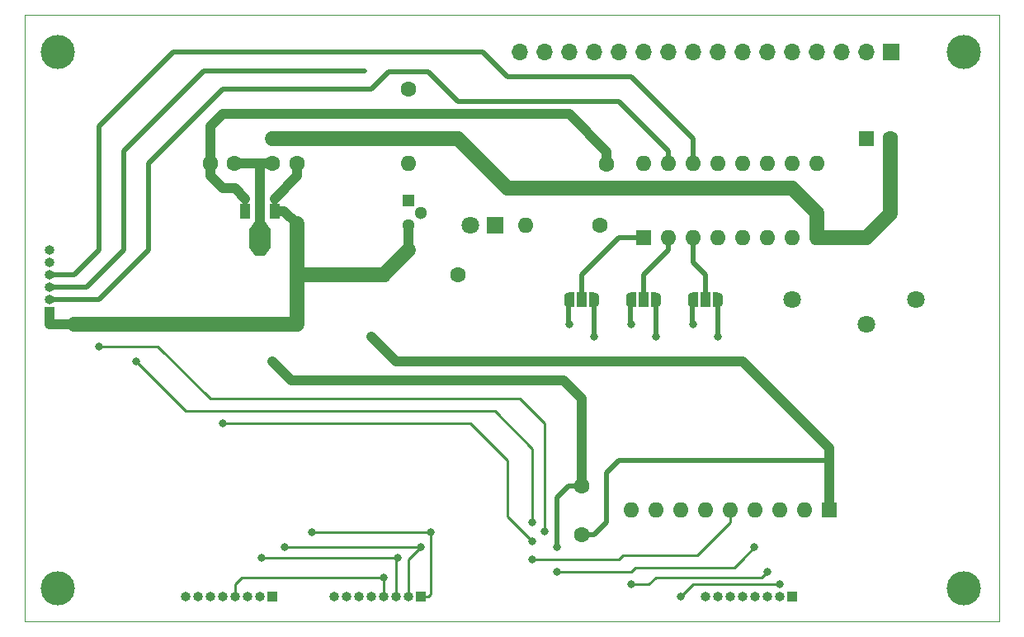
<source format=gtl>
%TF.GenerationSoftware,KiCad,Pcbnew,5.1.3-ffb9f22~84~ubuntu16.04.1*%
%TF.CreationDate,2019-07-27T15:58:03+02:00*%
%TF.ProjectId,Raspberry-I2C-LCD-and-Keypad,52617370-6265-4727-9279-2d4932432d4c,rev?*%
%TF.SameCoordinates,Original*%
%TF.FileFunction,Copper,L1,Top*%
%TF.FilePolarity,Positive*%
%FSLAX46Y46*%
G04 Gerber Fmt 4.6, Leading zero omitted, Abs format (unit mm)*
G04 Created by KiCad (PCBNEW 5.1.3-ffb9f22~84~ubuntu16.04.1) date 2019-07-27 15:58:03*
%MOMM*%
%LPD*%
G04 APERTURE LIST*
%ADD10C,0.050000*%
%ADD11C,3.500000*%
%ADD12O,1.700000X1.700000*%
%ADD13R,1.700000X1.700000*%
%ADD14C,1.600000*%
%ADD15R,1.600000X1.600000*%
%ADD16C,1.800000*%
%ADD17R,1.800000X1.800000*%
%ADD18O,1.000000X1.000000*%
%ADD19R,1.000000X1.000000*%
%ADD20R,1.000000X1.500000*%
%ADD21C,0.500000*%
%ADD22C,0.100000*%
%ADD23R,1.300000X1.300000*%
%ADD24C,1.300000*%
%ADD25O,1.600000X1.600000*%
%ADD26C,1.000000*%
%ADD27R,2.200000X1.840000*%
%ADD28R,1.000000X1.800000*%
%ADD29C,0.850000*%
%ADD30C,0.800000*%
%ADD31C,0.250000*%
%ADD32C,0.499872*%
%ADD33C,0.990600*%
%ADD34C,1.498600*%
G04 APERTURE END LIST*
D10*
X191439800Y-69850000D02*
X91440000Y-69850000D01*
X191439800Y-132080000D02*
X191439800Y-69850000D01*
X91440000Y-132080000D02*
X191439800Y-132080000D01*
X91440000Y-69850000D02*
X91440000Y-132080000D01*
D11*
X94840000Y-128660000D03*
X187840000Y-128660000D03*
X94840000Y-73660000D03*
X187840000Y-73660000D03*
D12*
X167640000Y-73660000D03*
X165100000Y-73660000D03*
D13*
X180340000Y-73660000D03*
D12*
X162560000Y-73660000D03*
X160020000Y-73660000D03*
X142240000Y-73660000D03*
X172720000Y-73660000D03*
X170180000Y-73660000D03*
X177800000Y-73660000D03*
X175260000Y-73660000D03*
X147320000Y-73660000D03*
X144780000Y-73660000D03*
X152400000Y-73660000D03*
X149860000Y-73660000D03*
X157480000Y-73660000D03*
X154940000Y-73660000D03*
D14*
X151130000Y-85130000D03*
X151130000Y-87630000D03*
X180300000Y-82550000D03*
D15*
X177800000Y-82550000D03*
D14*
X116880000Y-85090000D03*
X119380000Y-85090000D03*
X112990000Y-85090000D03*
X110490000Y-85090000D03*
D16*
X137160000Y-91440000D03*
D17*
X139700000Y-91440000D03*
D18*
X93980000Y-93980000D03*
X93980000Y-95250000D03*
X93980000Y-96520000D03*
X93980000Y-97790000D03*
X93980000Y-99060000D03*
D19*
X93980000Y-100330000D03*
D18*
X123190000Y-129540000D03*
X124460000Y-129540000D03*
X125730000Y-129540000D03*
X127000000Y-129540000D03*
X128270000Y-129540000D03*
X129540000Y-129540000D03*
X130810000Y-129540000D03*
D19*
X132080000Y-129540000D03*
D18*
X161290000Y-129540000D03*
X162560000Y-129540000D03*
X163830000Y-129540000D03*
X165100000Y-129540000D03*
X166370000Y-129540000D03*
X167640000Y-129540000D03*
X168910000Y-129540000D03*
D19*
X170180000Y-129540000D03*
D18*
X107950000Y-129540000D03*
X109220000Y-129540000D03*
X110490000Y-129540000D03*
X111760000Y-129540000D03*
X113030000Y-129540000D03*
X114300000Y-129540000D03*
X115570000Y-129540000D03*
D19*
X116840000Y-129540000D03*
D20*
X148590000Y-99060000D03*
D21*
X149890000Y-99060000D03*
D22*
G36*
X149890000Y-98310602D02*
G01*
X149914534Y-98310602D01*
X149963365Y-98315412D01*
X150011490Y-98324984D01*
X150058445Y-98339228D01*
X150103778Y-98358005D01*
X150147051Y-98381136D01*
X150187850Y-98408396D01*
X150225779Y-98439524D01*
X150260476Y-98474221D01*
X150291604Y-98512150D01*
X150318864Y-98552949D01*
X150341995Y-98596222D01*
X150360772Y-98641555D01*
X150375016Y-98688510D01*
X150384588Y-98736635D01*
X150389398Y-98785466D01*
X150389398Y-98810000D01*
X150390000Y-98810000D01*
X150390000Y-99310000D01*
X150389398Y-99310000D01*
X150389398Y-99334534D01*
X150384588Y-99383365D01*
X150375016Y-99431490D01*
X150360772Y-99478445D01*
X150341995Y-99523778D01*
X150318864Y-99567051D01*
X150291604Y-99607850D01*
X150260476Y-99645779D01*
X150225779Y-99680476D01*
X150187850Y-99711604D01*
X150147051Y-99738864D01*
X150103778Y-99761995D01*
X150058445Y-99780772D01*
X150011490Y-99795016D01*
X149963365Y-99804588D01*
X149914534Y-99809398D01*
X149890000Y-99809398D01*
X149890000Y-99810000D01*
X149340000Y-99810000D01*
X149340000Y-98310000D01*
X149890000Y-98310000D01*
X149890000Y-98310602D01*
X149890000Y-98310602D01*
G37*
D21*
X147290000Y-99060000D03*
D22*
G36*
X147840000Y-99810000D02*
G01*
X147290000Y-99810000D01*
X147290000Y-99809398D01*
X147265466Y-99809398D01*
X147216635Y-99804588D01*
X147168510Y-99795016D01*
X147121555Y-99780772D01*
X147076222Y-99761995D01*
X147032949Y-99738864D01*
X146992150Y-99711604D01*
X146954221Y-99680476D01*
X146919524Y-99645779D01*
X146888396Y-99607850D01*
X146861136Y-99567051D01*
X146838005Y-99523778D01*
X146819228Y-99478445D01*
X146804984Y-99431490D01*
X146795412Y-99383365D01*
X146790602Y-99334534D01*
X146790602Y-99310000D01*
X146790000Y-99310000D01*
X146790000Y-98810000D01*
X146790602Y-98810000D01*
X146790602Y-98785466D01*
X146795412Y-98736635D01*
X146804984Y-98688510D01*
X146819228Y-98641555D01*
X146838005Y-98596222D01*
X146861136Y-98552949D01*
X146888396Y-98512150D01*
X146919524Y-98474221D01*
X146954221Y-98439524D01*
X146992150Y-98408396D01*
X147032949Y-98381136D01*
X147076222Y-98358005D01*
X147121555Y-98339228D01*
X147168510Y-98324984D01*
X147216635Y-98315412D01*
X147265466Y-98310602D01*
X147290000Y-98310602D01*
X147290000Y-98310000D01*
X147840000Y-98310000D01*
X147840000Y-99810000D01*
X147840000Y-99810000D01*
G37*
D20*
X154940000Y-99060000D03*
D21*
X156240000Y-99060000D03*
D22*
G36*
X156240000Y-98310602D02*
G01*
X156264534Y-98310602D01*
X156313365Y-98315412D01*
X156361490Y-98324984D01*
X156408445Y-98339228D01*
X156453778Y-98358005D01*
X156497051Y-98381136D01*
X156537850Y-98408396D01*
X156575779Y-98439524D01*
X156610476Y-98474221D01*
X156641604Y-98512150D01*
X156668864Y-98552949D01*
X156691995Y-98596222D01*
X156710772Y-98641555D01*
X156725016Y-98688510D01*
X156734588Y-98736635D01*
X156739398Y-98785466D01*
X156739398Y-98810000D01*
X156740000Y-98810000D01*
X156740000Y-99310000D01*
X156739398Y-99310000D01*
X156739398Y-99334534D01*
X156734588Y-99383365D01*
X156725016Y-99431490D01*
X156710772Y-99478445D01*
X156691995Y-99523778D01*
X156668864Y-99567051D01*
X156641604Y-99607850D01*
X156610476Y-99645779D01*
X156575779Y-99680476D01*
X156537850Y-99711604D01*
X156497051Y-99738864D01*
X156453778Y-99761995D01*
X156408445Y-99780772D01*
X156361490Y-99795016D01*
X156313365Y-99804588D01*
X156264534Y-99809398D01*
X156240000Y-99809398D01*
X156240000Y-99810000D01*
X155690000Y-99810000D01*
X155690000Y-98310000D01*
X156240000Y-98310000D01*
X156240000Y-98310602D01*
X156240000Y-98310602D01*
G37*
D21*
X153640000Y-99060000D03*
D22*
G36*
X154190000Y-99810000D02*
G01*
X153640000Y-99810000D01*
X153640000Y-99809398D01*
X153615466Y-99809398D01*
X153566635Y-99804588D01*
X153518510Y-99795016D01*
X153471555Y-99780772D01*
X153426222Y-99761995D01*
X153382949Y-99738864D01*
X153342150Y-99711604D01*
X153304221Y-99680476D01*
X153269524Y-99645779D01*
X153238396Y-99607850D01*
X153211136Y-99567051D01*
X153188005Y-99523778D01*
X153169228Y-99478445D01*
X153154984Y-99431490D01*
X153145412Y-99383365D01*
X153140602Y-99334534D01*
X153140602Y-99310000D01*
X153140000Y-99310000D01*
X153140000Y-98810000D01*
X153140602Y-98810000D01*
X153140602Y-98785466D01*
X153145412Y-98736635D01*
X153154984Y-98688510D01*
X153169228Y-98641555D01*
X153188005Y-98596222D01*
X153211136Y-98552949D01*
X153238396Y-98512150D01*
X153269524Y-98474221D01*
X153304221Y-98439524D01*
X153342150Y-98408396D01*
X153382949Y-98381136D01*
X153426222Y-98358005D01*
X153471555Y-98339228D01*
X153518510Y-98324984D01*
X153566635Y-98315412D01*
X153615466Y-98310602D01*
X153640000Y-98310602D01*
X153640000Y-98310000D01*
X154190000Y-98310000D01*
X154190000Y-99810000D01*
X154190000Y-99810000D01*
G37*
D20*
X161290000Y-99060000D03*
D21*
X162590000Y-99060000D03*
D22*
G36*
X162590000Y-98310602D02*
G01*
X162614534Y-98310602D01*
X162663365Y-98315412D01*
X162711490Y-98324984D01*
X162758445Y-98339228D01*
X162803778Y-98358005D01*
X162847051Y-98381136D01*
X162887850Y-98408396D01*
X162925779Y-98439524D01*
X162960476Y-98474221D01*
X162991604Y-98512150D01*
X163018864Y-98552949D01*
X163041995Y-98596222D01*
X163060772Y-98641555D01*
X163075016Y-98688510D01*
X163084588Y-98736635D01*
X163089398Y-98785466D01*
X163089398Y-98810000D01*
X163090000Y-98810000D01*
X163090000Y-99310000D01*
X163089398Y-99310000D01*
X163089398Y-99334534D01*
X163084588Y-99383365D01*
X163075016Y-99431490D01*
X163060772Y-99478445D01*
X163041995Y-99523778D01*
X163018864Y-99567051D01*
X162991604Y-99607850D01*
X162960476Y-99645779D01*
X162925779Y-99680476D01*
X162887850Y-99711604D01*
X162847051Y-99738864D01*
X162803778Y-99761995D01*
X162758445Y-99780772D01*
X162711490Y-99795016D01*
X162663365Y-99804588D01*
X162614534Y-99809398D01*
X162590000Y-99809398D01*
X162590000Y-99810000D01*
X162040000Y-99810000D01*
X162040000Y-98310000D01*
X162590000Y-98310000D01*
X162590000Y-98310602D01*
X162590000Y-98310602D01*
G37*
D21*
X159990000Y-99060000D03*
D22*
G36*
X160540000Y-99810000D02*
G01*
X159990000Y-99810000D01*
X159990000Y-99809398D01*
X159965466Y-99809398D01*
X159916635Y-99804588D01*
X159868510Y-99795016D01*
X159821555Y-99780772D01*
X159776222Y-99761995D01*
X159732949Y-99738864D01*
X159692150Y-99711604D01*
X159654221Y-99680476D01*
X159619524Y-99645779D01*
X159588396Y-99607850D01*
X159561136Y-99567051D01*
X159538005Y-99523778D01*
X159519228Y-99478445D01*
X159504984Y-99431490D01*
X159495412Y-99383365D01*
X159490602Y-99334534D01*
X159490602Y-99310000D01*
X159490000Y-99310000D01*
X159490000Y-98810000D01*
X159490602Y-98810000D01*
X159490602Y-98785466D01*
X159495412Y-98736635D01*
X159504984Y-98688510D01*
X159519228Y-98641555D01*
X159538005Y-98596222D01*
X159561136Y-98552949D01*
X159588396Y-98512150D01*
X159619524Y-98474221D01*
X159654221Y-98439524D01*
X159692150Y-98408396D01*
X159732949Y-98381136D01*
X159776222Y-98358005D01*
X159821555Y-98339228D01*
X159868510Y-98324984D01*
X159916635Y-98315412D01*
X159965466Y-98310602D01*
X159990000Y-98310602D01*
X159990000Y-98310000D01*
X160540000Y-98310000D01*
X160540000Y-99810000D01*
X160540000Y-99810000D01*
G37*
D23*
X130810000Y-88900000D03*
D24*
X130810000Y-91440000D03*
X132080000Y-90170000D03*
D25*
X128270000Y-96520000D03*
D14*
X135890000Y-96520000D03*
X150495000Y-91440000D03*
D25*
X142875000Y-91440000D03*
X130810000Y-85090000D03*
D14*
X130810000Y-77470000D03*
D25*
X153670000Y-120650000D03*
X156210000Y-120650000D03*
X158750000Y-120650000D03*
X161290000Y-120650000D03*
X163830000Y-120650000D03*
X166370000Y-120650000D03*
X168910000Y-120650000D03*
X171450000Y-120650000D03*
D15*
X173990000Y-120650000D03*
D16*
X182880000Y-99060000D03*
X177800000Y-101600000D03*
X170180000Y-99060000D03*
D25*
X154940000Y-85090000D03*
X172720000Y-92710000D03*
X157480000Y-85090000D03*
X170180000Y-92710000D03*
X160020000Y-85090000D03*
X167640000Y-92710000D03*
X162560000Y-85090000D03*
X165100000Y-92710000D03*
X165100000Y-85090000D03*
X162560000Y-92710000D03*
X167640000Y-85090000D03*
X160020000Y-92710000D03*
X170180000Y-85090000D03*
X157480000Y-92710000D03*
X172720000Y-85090000D03*
D15*
X154940000Y-92710000D03*
D14*
X148590000Y-118190000D03*
X148590000Y-123190000D03*
D26*
X115570000Y-91363800D03*
D22*
G36*
X114470000Y-91863800D02*
G01*
X115170000Y-90863800D01*
X115970000Y-90863800D01*
X116670000Y-91863800D01*
X114470000Y-91863800D01*
X114470000Y-91863800D01*
G37*
D27*
X115570000Y-92773500D03*
D20*
X114070000Y-89960000D03*
D28*
X115570000Y-90106500D03*
D20*
X117070000Y-89960000D03*
D29*
X115570000Y-94107000D03*
D22*
G36*
X116670000Y-93682000D02*
G01*
X116070000Y-94532000D01*
X115070000Y-94532000D01*
X114470000Y-93682000D01*
X116670000Y-93682000D01*
X116670000Y-93682000D01*
G37*
D30*
X143510000Y-123825000D03*
X111760000Y-111760000D03*
X162590000Y-102840000D03*
X149890000Y-102840000D03*
X156210000Y-102870000D03*
X127000000Y-102870000D03*
X116840000Y-82550000D03*
X147320000Y-101600000D03*
X153670000Y-101600000D03*
X160020000Y-101600000D03*
X116840000Y-105410000D03*
X116840000Y-105410000D03*
X146050000Y-124460000D03*
X119380000Y-101600000D03*
X128270000Y-127584200D03*
X129708878Y-125561122D03*
X115738878Y-125561122D03*
X132080000Y-124460000D03*
X118110000Y-124460000D03*
X143510000Y-125730000D03*
X166340417Y-124460000D03*
X146050000Y-127000000D03*
X153670000Y-128270000D03*
X167640000Y-127000000D03*
X167640000Y-127000000D03*
X158750000Y-129540000D03*
X168910000Y-128270000D03*
X168910000Y-128270000D03*
X168910000Y-128270000D03*
X144780000Y-122809000D03*
X99031524Y-103826684D03*
X143538658Y-121891342D03*
X102870000Y-105410000D03*
X133118462Y-122901538D03*
X120938462Y-122901538D03*
D31*
X111760000Y-111760000D02*
X111760000Y-111760000D01*
X140970000Y-121285000D02*
X143510000Y-123825000D01*
X137160000Y-111760000D02*
X140970000Y-115570000D01*
X140970000Y-115570000D02*
X140970000Y-121285000D01*
X111760000Y-111760000D02*
X137160000Y-111760000D01*
D32*
X114070000Y-89960000D02*
X114070000Y-88670000D01*
D33*
X114070000Y-88670000D02*
X113030000Y-87630000D01*
X113030000Y-87630000D02*
X111760000Y-87630000D01*
X111760000Y-87630000D02*
X110490000Y-86360000D01*
X110490000Y-86360000D02*
X110490000Y-85090000D01*
X151170000Y-83860000D02*
X147320000Y-80010000D01*
X111760000Y-80010000D02*
X147280000Y-80010000D01*
X110490000Y-81280000D02*
X111760000Y-80010000D01*
X110490000Y-85090000D02*
X110490000Y-81280000D01*
X151130000Y-83900000D02*
X151130000Y-85130000D01*
D32*
X151170000Y-83860000D02*
X151130000Y-83900000D01*
X162590000Y-99060000D02*
X162590000Y-102840000D01*
X156240000Y-99060000D02*
X156240000Y-102840000D01*
X149890000Y-99060000D02*
X149890000Y-102840000D01*
X162590000Y-102840000D02*
X162590000Y-102840000D01*
D33*
X173990000Y-114300000D02*
X165100000Y-105410000D01*
X165100000Y-105410000D02*
X139700000Y-105410000D01*
X139700000Y-105410000D02*
X129540000Y-105410000D01*
X129540000Y-105410000D02*
X127000000Y-102870000D01*
X127000000Y-102870000D02*
X127000000Y-102870000D01*
D32*
X148590000Y-123190000D02*
X149860000Y-123190000D01*
X149860000Y-123190000D02*
X151130000Y-121920000D01*
X151130000Y-121920000D02*
X151130000Y-116840000D01*
X151130000Y-116840000D02*
X152400000Y-115570000D01*
X152400000Y-115570000D02*
X173990000Y-115570000D01*
D33*
X173990000Y-115570000D02*
X173990000Y-114300000D01*
X173990000Y-120650000D02*
X173990000Y-115570000D01*
D32*
X115570000Y-85090000D02*
X116880000Y-85090000D01*
D33*
X116880000Y-85090000D02*
X112990000Y-85090000D01*
D34*
X172720000Y-92710000D02*
X177800000Y-92710000D01*
X180300000Y-90210000D02*
X180300000Y-82550000D01*
X177800000Y-92710000D02*
X180300000Y-90210000D01*
X172720000Y-90170000D02*
X172720000Y-92710000D01*
X170180000Y-87630000D02*
X172720000Y-90170000D01*
X152400000Y-87630000D02*
X170180000Y-87630000D01*
X152400000Y-87630000D02*
X151130000Y-87630000D01*
X151130000Y-87630000D02*
X140970000Y-87630000D01*
X140970000Y-87630000D02*
X135890000Y-82550000D01*
X135890000Y-82550000D02*
X123190000Y-82550000D01*
X123190000Y-82550000D02*
X116840000Y-82550000D01*
X116840000Y-82550000D02*
X116840000Y-82550000D01*
D32*
X159990000Y-99060000D02*
X159990000Y-101570000D01*
X153640000Y-99060000D02*
X153640000Y-101570000D01*
X147290000Y-99060000D02*
X147290000Y-101570000D01*
D33*
X116840000Y-105410000D02*
X116840000Y-105410000D01*
X116840000Y-105410000D02*
X116840000Y-105410000D01*
X148590000Y-109220000D02*
X148590000Y-118150000D01*
X118762718Y-107332718D02*
X146702718Y-107332718D01*
X146702718Y-107332718D02*
X148590000Y-109220000D01*
X116840000Y-105410000D02*
X118762718Y-107332718D01*
D32*
X147240000Y-118190000D02*
X146050000Y-119380000D01*
X146050000Y-119380000D02*
X146050000Y-124460000D01*
X148590000Y-118190000D02*
X147240000Y-118190000D01*
D31*
X115570000Y-94107000D02*
X115570000Y-92773500D01*
X115570000Y-91363800D02*
X115570000Y-90106500D01*
D33*
X115570000Y-90106500D02*
X115570000Y-85090000D01*
X115570000Y-92773500D02*
X115570000Y-91363800D01*
D32*
X117070000Y-89960000D02*
X117070000Y-88670000D01*
D33*
X117070000Y-88670000D02*
X119380000Y-86360000D01*
D32*
X119380000Y-86360000D02*
X119380000Y-85090000D01*
D33*
X119380000Y-86360000D02*
X119380000Y-85090000D01*
X117070000Y-89960000D02*
X118069872Y-89960000D01*
X118069872Y-89960000D02*
X119380000Y-91270128D01*
D34*
X128270000Y-96520000D02*
X119380000Y-96520000D01*
X119380000Y-91270128D02*
X119380000Y-96520000D01*
X128270000Y-96520000D02*
X130810000Y-93980000D01*
D33*
X130810000Y-93980000D02*
X130810000Y-91440000D01*
D34*
X118110000Y-101600000D02*
X96520000Y-101600000D01*
X119380000Y-100330000D02*
X119380000Y-100330000D01*
X119380000Y-96520000D02*
X119380000Y-100330000D01*
X119380000Y-101600000D02*
X118110000Y-101600000D01*
X119380000Y-100330000D02*
X119380000Y-101600000D01*
D33*
X93980000Y-100330000D02*
X93980000Y-101600000D01*
X93980000Y-101600000D02*
X96520000Y-101600000D01*
D31*
X128270000Y-127585061D02*
X128268366Y-127583427D01*
X128270000Y-129540000D02*
X128270000Y-127585061D01*
X128270000Y-127584200D02*
X113715800Y-127584200D01*
X113030000Y-128270000D02*
X113030000Y-129540000D01*
X113715800Y-127584200D02*
X113030000Y-128270000D01*
X129540000Y-125730000D02*
X129708878Y-125561122D01*
X129540000Y-129540000D02*
X129540000Y-125730000D01*
X129708878Y-125561122D02*
X115738878Y-125561122D01*
X115738878Y-125561122D02*
X115738878Y-125561122D01*
X130810000Y-125730000D02*
X132080000Y-124460000D01*
X130810000Y-129540000D02*
X130810000Y-125730000D01*
X132080000Y-124460000D02*
X118110000Y-124460000D01*
X118110000Y-124460000D02*
X118110000Y-124460000D01*
X160470010Y-125279990D02*
X163830000Y-121920000D01*
X163830000Y-121920000D02*
X163830000Y-120650000D01*
X160470010Y-125279990D02*
X152850010Y-125279990D01*
X152850010Y-125279990D02*
X152400000Y-125730000D01*
X152400000Y-125730000D02*
X143510000Y-125730000D01*
X143510000Y-125730000D02*
X143510000Y-125730000D01*
X154120010Y-126549990D02*
X153670000Y-127000000D01*
X166340417Y-124460000D02*
X165100000Y-125700417D01*
X165100000Y-125700417D02*
X165100000Y-125730000D01*
X153670000Y-127000000D02*
X146050000Y-127000000D01*
X165100000Y-125730000D02*
X164280010Y-126549990D01*
X164280010Y-126549990D02*
X154120010Y-126549990D01*
X155478372Y-128270000D02*
X156209131Y-127539241D01*
X153670000Y-128270000D02*
X155478372Y-128270000D01*
X156209131Y-127539241D02*
X167100759Y-127539241D01*
X167100759Y-127539241D02*
X167640000Y-127000000D01*
X167640000Y-127000000D02*
X167640000Y-127000000D01*
X167640000Y-127000000D02*
X167640000Y-127000000D01*
X158750000Y-129540000D02*
X160020000Y-128270000D01*
X160020000Y-128270000D02*
X168910000Y-128270000D01*
X168910000Y-128270000D02*
X168910000Y-128270000D01*
X168910000Y-128270000D02*
X168910000Y-128270000D01*
X168910000Y-128270000D02*
X168910000Y-128270000D01*
D32*
X152400000Y-92710000D02*
X154940000Y-92710000D01*
X148590000Y-96520000D02*
X152400000Y-92710000D01*
X148590000Y-96520000D02*
X148590000Y-99060000D01*
X154940000Y-99060000D02*
X154940000Y-96520000D01*
X154940000Y-96520000D02*
X157480000Y-93980000D01*
X157480000Y-93980000D02*
X157480000Y-92710000D01*
X161290000Y-96520000D02*
X160020000Y-95250000D01*
X160020000Y-95250000D02*
X160020000Y-92710000D01*
X161290000Y-96520000D02*
X161290000Y-99060000D01*
X157480000Y-85090000D02*
X157480000Y-83820000D01*
X157480000Y-83820000D02*
X152400000Y-78740000D01*
X152400000Y-78740000D02*
X135890000Y-78740000D01*
X135890000Y-78740000D02*
X133350000Y-76200000D01*
X133350000Y-76200000D02*
X133326135Y-76200000D01*
X132820353Y-75694218D02*
X132812927Y-75694218D01*
X133326135Y-76200000D02*
X132820353Y-75694218D01*
X128775782Y-75694218D02*
X132820353Y-75694218D01*
X111760000Y-77470000D02*
X127000000Y-77470000D01*
X104140000Y-93980000D02*
X104140000Y-85090000D01*
X93980000Y-99060000D02*
X99060000Y-99060000D01*
X99060000Y-99060000D02*
X104140000Y-93980000D01*
X127000000Y-77470000D02*
X128775782Y-75694218D01*
X104140000Y-85090000D02*
X111760000Y-77470000D01*
D31*
X105096684Y-103826684D02*
X99031524Y-103826684D01*
X144780000Y-122504773D02*
X144780000Y-111760000D01*
X110490000Y-109220000D02*
X105096684Y-103826684D01*
X144780000Y-111760000D02*
X142240000Y-109220000D01*
X142240000Y-109220000D02*
X110490000Y-109220000D01*
X99031524Y-103826684D02*
X99031524Y-103826684D01*
D32*
X160020000Y-85090000D02*
X160020000Y-82550000D01*
X160020000Y-82550000D02*
X153670000Y-76200000D01*
X153670000Y-76200000D02*
X143510000Y-76200000D01*
X143510000Y-76200000D02*
X140970000Y-76200000D01*
X140970000Y-76200000D02*
X138430000Y-73660000D01*
X138430000Y-73660000D02*
X124460000Y-73660000D01*
X124460000Y-73660000D02*
X106680000Y-73660000D01*
X106680000Y-73660000D02*
X99060000Y-81280000D01*
X93980000Y-96520000D02*
X96520000Y-96520000D01*
X96520000Y-96520000D02*
X99060000Y-93980000D01*
X99060000Y-93980000D02*
X99060000Y-81280000D01*
D31*
X143538658Y-114328658D02*
X139700000Y-110490000D01*
X143538658Y-121891342D02*
X143538658Y-114328658D01*
X139700000Y-110490000D02*
X107950000Y-110490000D01*
X107950000Y-110490000D02*
X102870000Y-105410000D01*
X132830000Y-129540000D02*
X132080000Y-129540000D01*
X133118462Y-129251538D02*
X132830000Y-129540000D01*
X133118462Y-122901538D02*
X133118462Y-129251538D01*
X133118462Y-122901538D02*
X120938462Y-122901538D01*
X120938462Y-122901538D02*
X120938462Y-122901538D01*
D32*
X109220000Y-76190622D02*
X109862854Y-75547768D01*
X109220000Y-76200000D02*
X109220000Y-76190622D01*
X93980000Y-97790000D02*
X97790000Y-97790000D01*
X97790000Y-97790000D02*
X101600000Y-93980000D01*
X101600000Y-93980000D02*
X101600000Y-83820000D01*
X101600000Y-83820000D02*
X109220000Y-76200000D01*
X109862854Y-75547768D02*
X126347768Y-75547768D01*
M02*

</source>
